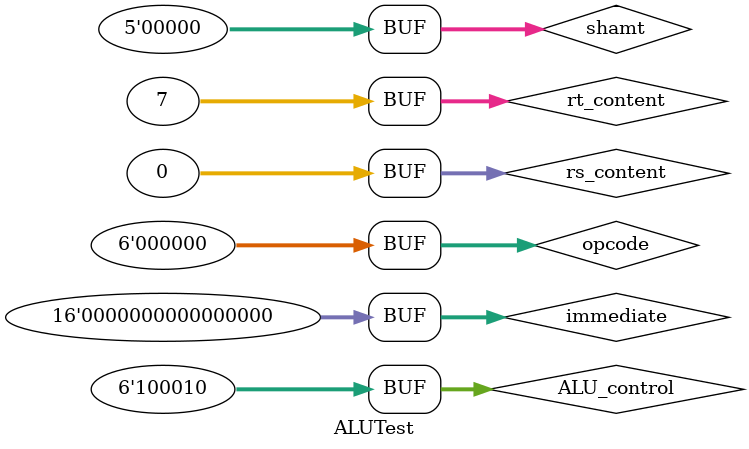
<source format=v>
`timescale 1ns / 1ps


module ALUTest;

	// Inputs
	reg [5:0] opcode;
	reg [31:0] rs_content;
	reg [31:0] rt_content;
	reg [4:0] shamt;
	reg [5:0] ALU_control;
	reg [15:0] immediate;

	// Outputs
	wire [31:0] ALU_result;
	wire sig_branch;

	// Instantiate the Unit Under Test (UUT)
	ALU uut (
		.ALU_result(ALU_result), 
		.sig_branch(sig_branch), 
		.opcode(opcode), 
		.rs_content(rs_content), 
		.rt_content(rt_content), 
		.shamt(shamt), 
		.ALU_control(ALU_control), 
		.immediate(immediate)
	);

	initial begin
		// Initialize Inputs
		opcode = 0;
		rs_content = 0;
		rt_content = 0;
		shamt = 0;
		ALU_control = 0;
		immediate = 0;

		// Wait 100 ns for global reset to finish
		#100;
        
		// Add stimulus here
		
		
		// Testing SUB
		
		// Test1 -> 52 - 4 = 48 : 110000
		opcode = 0;
		rs_content = 52;
		rt_content = 4;
		shamt = 0;
		ALU_control = 6'b100010;
		immediate = 0;
		#100;
		
		// Test2 -> 150 - 25 = 125
		opcode = 0;
		rs_content = 150;
		rt_content = 25;
		shamt = 0;
		ALU_control = 6'b100010;
		immediate = 0;
		#100;
		
		// Test2 -> 74 - 12 = 62
		opcode = 0;
		rs_content = 74;
		rt_content = 12;
		shamt = 0;
		ALU_control = 6'b100010;
		immediate = 0;
		#100;
		
		// Test2 -> 15 - 15 = 0
		opcode = 0;
		rs_content = 15;
		rt_content = 15;
		shamt = 0;
		ALU_control = 6'b100010;
		immediate = 0;
		#100;
		
		// Test2 -> 10 - 20 = -10
		opcode = 0;
		rs_content = 10;
		rt_content = 20;
		shamt = 0;
		ALU_control = 6'b100010;
		immediate = 0;		
		#100;
		
		// Test2 -> 0 - 7 = -7
		opcode = 0;
		rs_content = 0;
		rt_content = 7;
		shamt = 0;
		ALU_control = 6'b100010;
		immediate = 0;
		#100;
		
		// Testing Sub end
		
		// Test 

	end
      
endmodule


</source>
